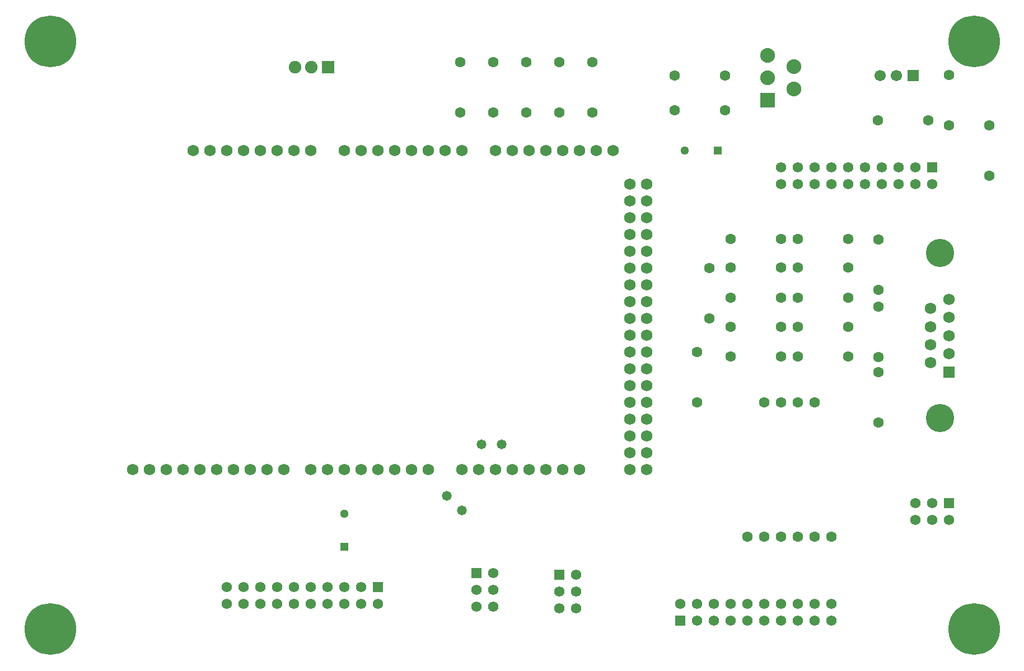
<source format=gbr>
G04 Layer_Color=16711935*
%FSLAX23Y23*%
%MOIN*%
%TF.FileFunction,Soldermask,Bot*%
%TF.Part,Single*%
G01*
G75*
%TA.AperFunction,ViaPad*%
%ADD33C,0.308*%
%TA.AperFunction,ComponentPad*%
%ADD34C,0.063*%
%ADD35C,0.051*%
%ADD36R,0.051X0.051*%
%ADD37C,0.062*%
%ADD38R,0.062X0.062*%
%ADD39R,0.062X0.062*%
%ADD40R,0.075X0.075*%
%ADD41C,0.075*%
%ADD42R,0.051X0.051*%
%ADD43C,0.068*%
%ADD44C,0.069*%
%ADD45C,0.168*%
%ADD46R,0.069X0.069*%
%ADD47C,0.088*%
%ADD48R,0.088X0.088*%
%ADD49C,0.067*%
%ADD50R,0.067X0.067*%
%TA.AperFunction,ViaPad*%
%ADD51C,0.058*%
D33*
X1250Y4750D02*
D03*
X6750D02*
D03*
Y1250D02*
D03*
X1250D02*
D03*
D34*
X3888Y4626D02*
D03*
Y4326D02*
D03*
X4478D02*
D03*
Y4626D02*
D03*
X4281Y4326D02*
D03*
Y4626D02*
D03*
X4085Y4326D02*
D03*
Y4626D02*
D03*
X6479Y4281D02*
D03*
X6179D02*
D03*
X6600Y4550D02*
D03*
Y4250D02*
D03*
X6840D02*
D03*
Y3950D02*
D03*
X5268Y4547D02*
D03*
X4968D02*
D03*
Y4341D02*
D03*
X5268D02*
D03*
X6180Y2480D02*
D03*
Y2780D02*
D03*
X6000Y3225D02*
D03*
X5700D02*
D03*
X5600D02*
D03*
X5300D02*
D03*
X6180Y3170D02*
D03*
Y2870D02*
D03*
X6000Y3405D02*
D03*
X5700D02*
D03*
X5600D02*
D03*
X5300D02*
D03*
X6180Y3570D02*
D03*
Y3270D02*
D03*
X6000Y3575D02*
D03*
X5700D02*
D03*
X5600D02*
D03*
X5300D02*
D03*
X3691Y4626D02*
D03*
Y4326D02*
D03*
X5500Y2600D02*
D03*
X5600D02*
D03*
X5700D02*
D03*
X5800D02*
D03*
X5400Y1800D02*
D03*
X5500D02*
D03*
X5600D02*
D03*
X5700D02*
D03*
X5800D02*
D03*
X5900D02*
D03*
X5300Y3050D02*
D03*
X5600D02*
D03*
X5700D02*
D03*
X6000D02*
D03*
X5175Y3400D02*
D03*
Y3100D02*
D03*
X5100Y2600D02*
D03*
Y2900D02*
D03*
X5300Y2875D02*
D03*
X5600D02*
D03*
X5700D02*
D03*
X6000D02*
D03*
D35*
X5028Y4100D02*
D03*
X3002Y1939D02*
D03*
D36*
X5225Y4100D02*
D03*
D37*
X3889Y1385D02*
D03*
X3789D02*
D03*
X3889Y1485D02*
D03*
X3789D02*
D03*
X3889Y1585D02*
D03*
X6400Y1900D02*
D03*
Y2000D02*
D03*
X6500Y1900D02*
D03*
Y2000D02*
D03*
X6600Y1900D02*
D03*
X5600Y3900D02*
D03*
Y4000D02*
D03*
X5700Y3900D02*
D03*
Y4000D02*
D03*
X5800Y3900D02*
D03*
Y4000D02*
D03*
X5900Y3900D02*
D03*
Y4000D02*
D03*
X6000Y3900D02*
D03*
Y4000D02*
D03*
X6100Y3900D02*
D03*
Y4000D02*
D03*
X6200Y3900D02*
D03*
Y4000D02*
D03*
X6300Y3900D02*
D03*
Y4000D02*
D03*
X6400Y3900D02*
D03*
Y4000D02*
D03*
X6500Y3900D02*
D03*
X5900Y1400D02*
D03*
Y1300D02*
D03*
X5800Y1400D02*
D03*
Y1300D02*
D03*
X5700Y1400D02*
D03*
Y1300D02*
D03*
X5600Y1400D02*
D03*
Y1300D02*
D03*
X5500Y1400D02*
D03*
Y1300D02*
D03*
X5400Y1400D02*
D03*
Y1300D02*
D03*
X5300Y1400D02*
D03*
Y1300D02*
D03*
X5200Y1400D02*
D03*
Y1300D02*
D03*
X5100Y1400D02*
D03*
Y1300D02*
D03*
X5000Y1400D02*
D03*
X4381Y1375D02*
D03*
X4281D02*
D03*
X4381Y1475D02*
D03*
X4281D02*
D03*
X4381Y1575D02*
D03*
X2300Y1400D02*
D03*
Y1500D02*
D03*
X2400Y1400D02*
D03*
Y1500D02*
D03*
X2500Y1400D02*
D03*
Y1500D02*
D03*
X2600Y1400D02*
D03*
Y1500D02*
D03*
X2700Y1400D02*
D03*
Y1500D02*
D03*
X2800Y1400D02*
D03*
Y1500D02*
D03*
X2900Y1400D02*
D03*
Y1500D02*
D03*
X3000Y1400D02*
D03*
Y1500D02*
D03*
X3100Y1400D02*
D03*
Y1500D02*
D03*
X3200Y1400D02*
D03*
D38*
X3789Y1585D02*
D03*
X4281Y1575D02*
D03*
D39*
X6600Y2000D02*
D03*
X6500Y4000D02*
D03*
X5000Y1300D02*
D03*
X3200Y1500D02*
D03*
D40*
X2904Y4596D02*
D03*
D41*
X2805D02*
D03*
X2707D02*
D03*
D42*
X3002Y1742D02*
D03*
D43*
X3000Y4100D02*
D03*
X3100D02*
D03*
X3200D02*
D03*
X3300D02*
D03*
X3400D02*
D03*
X3500D02*
D03*
X3600D02*
D03*
X3700D02*
D03*
X3900D02*
D03*
X4000D02*
D03*
X4100D02*
D03*
X4200D02*
D03*
X4300D02*
D03*
X4400D02*
D03*
X4500D02*
D03*
X4600D02*
D03*
X2100D02*
D03*
X2200D02*
D03*
X2300D02*
D03*
X2400D02*
D03*
X2500D02*
D03*
X2600D02*
D03*
X2700D02*
D03*
X2800D02*
D03*
X3700Y2200D02*
D03*
X3800D02*
D03*
X3900D02*
D03*
X4000D02*
D03*
X4100D02*
D03*
X4200D02*
D03*
X4300D02*
D03*
X4400D02*
D03*
X2800D02*
D03*
X2900D02*
D03*
X3000D02*
D03*
X3100D02*
D03*
X3200D02*
D03*
X3300D02*
D03*
X3400D02*
D03*
X3500D02*
D03*
X2640D02*
D03*
X2540D02*
D03*
X2440D02*
D03*
X2340D02*
D03*
X2240D02*
D03*
X2140D02*
D03*
X2040D02*
D03*
X1940D02*
D03*
X1840D02*
D03*
X1740D02*
D03*
X4700D02*
D03*
X4800D02*
D03*
X4700Y2300D02*
D03*
X4800D02*
D03*
X4700Y2400D02*
D03*
X4800D02*
D03*
X4700Y2500D02*
D03*
X4800D02*
D03*
X4700Y2600D02*
D03*
X4800D02*
D03*
X4700Y2700D02*
D03*
X4800D02*
D03*
X4700Y2800D02*
D03*
X4800D02*
D03*
X4700Y2900D02*
D03*
X4800D02*
D03*
X4700Y3000D02*
D03*
X4800D02*
D03*
X4700Y3100D02*
D03*
X4800D02*
D03*
X4700Y3200D02*
D03*
X4800D02*
D03*
X4700Y3300D02*
D03*
X4800D02*
D03*
X4700Y3400D02*
D03*
X4800D02*
D03*
X4700Y3500D02*
D03*
X4800D02*
D03*
X4700Y3600D02*
D03*
X4800D02*
D03*
X4700Y3700D02*
D03*
X4800D02*
D03*
X4700Y3800D02*
D03*
X4800D02*
D03*
X4700Y3900D02*
D03*
X4800D02*
D03*
D44*
X6490Y3160D02*
D03*
Y3052D02*
D03*
Y2944D02*
D03*
X6602Y3214D02*
D03*
Y3106D02*
D03*
Y2998D02*
D03*
Y2890D02*
D03*
X6490Y2836D02*
D03*
D45*
X6546Y2506D02*
D03*
Y3490D02*
D03*
D46*
X6602Y2782D02*
D03*
D47*
X5522Y4667D02*
D03*
X5679Y4600D02*
D03*
X5522Y4533D02*
D03*
X5679Y4467D02*
D03*
D48*
X5522Y4400D02*
D03*
D49*
X6191Y4547D02*
D03*
X6289D02*
D03*
D50*
X6388D02*
D03*
D51*
X3819Y2352D02*
D03*
X3937D02*
D03*
X3701Y1956D02*
D03*
X3612Y2044D02*
D03*
%TF.MD5,e3106a916e6f074fb3dd0d8dd7c087f2*%
M02*

</source>
